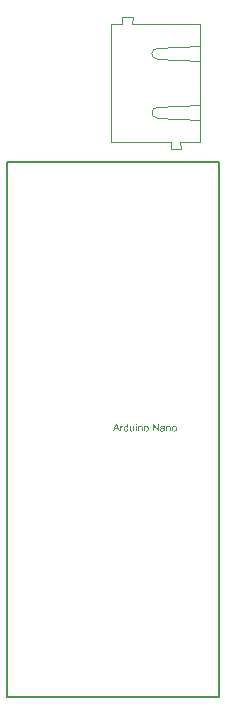
<source format=gbr>
G04*
G04 #@! TF.GenerationSoftware,Altium Limited,Altium Designer,23.1.1 (15)*
G04*
G04 Layer_Color=16711935*
%FSLAX25Y25*%
%MOIN*%
G70*
G04*
G04 #@! TF.SameCoordinates,7F6F0EF6-604E-4872-8498-859B9B4CD440*
G04*
G04*
G04 #@! TF.FilePolarity,Positive*
G04*
G01*
G75*
%ADD11C,0.00787*%
%ADD41C,0.00394*%
G36*
X183634Y93880D02*
X183324D01*
Y94233D01*
X183634D01*
Y93880D01*
D02*
G37*
G36*
X180875Y91714D02*
X180587D01*
Y91944D01*
X180583Y91940D01*
X180580Y91933D01*
X180569Y91918D01*
X180554Y91900D01*
X180536Y91882D01*
X180514Y91860D01*
X180489Y91834D01*
X180456Y91809D01*
X180423Y91783D01*
X180387Y91758D01*
X180343Y91736D01*
X180296Y91718D01*
X180248Y91700D01*
X180194Y91685D01*
X180136Y91678D01*
X180074Y91674D01*
X180052D01*
X180037Y91678D01*
X179994Y91681D01*
X179943Y91689D01*
X179881Y91703D01*
X179812Y91725D01*
X179743Y91754D01*
X179673Y91794D01*
X179670D01*
X179666Y91802D01*
X179644Y91816D01*
X179612Y91845D01*
X179571Y91882D01*
X179524Y91929D01*
X179477Y91987D01*
X179429Y92053D01*
X179390Y92129D01*
Y92133D01*
X179386Y92140D01*
X179382Y92151D01*
X179375Y92166D01*
X179368Y92188D01*
X179357Y92213D01*
X179349Y92238D01*
X179342Y92271D01*
X179324Y92344D01*
X179306Y92428D01*
X179295Y92522D01*
X179291Y92624D01*
Y92628D01*
Y92635D01*
Y92650D01*
Y92672D01*
X179295Y92693D01*
Y92723D01*
X179302Y92788D01*
X179313Y92865D01*
X179331Y92948D01*
X179353Y93036D01*
X179382Y93119D01*
Y93123D01*
X179386Y93130D01*
X179393Y93141D01*
X179400Y93156D01*
X179422Y93196D01*
X179451Y93247D01*
X179488Y93301D01*
X179535Y93356D01*
X179590Y93414D01*
X179655Y93462D01*
X179659D01*
X179663Y93465D01*
X179673Y93472D01*
X179688Y93480D01*
X179724Y93498D01*
X179775Y93523D01*
X179833Y93545D01*
X179903Y93563D01*
X179979Y93578D01*
X180059Y93582D01*
X180088D01*
X180117Y93578D01*
X180157Y93574D01*
X180205Y93563D01*
X180256Y93553D01*
X180307Y93534D01*
X180354Y93509D01*
X180361Y93505D01*
X180376Y93498D01*
X180398Y93480D01*
X180427Y93462D01*
X180463Y93436D01*
X180496Y93403D01*
X180532Y93370D01*
X180565Y93330D01*
Y94233D01*
X180875D01*
Y91714D01*
D02*
G37*
G36*
X194415Y93578D02*
X194455Y93574D01*
X194503Y93567D01*
X194554Y93556D01*
X194608Y93542D01*
X194659Y93520D01*
X194667Y93516D01*
X194681Y93509D01*
X194707Y93498D01*
X194736Y93480D01*
X194772Y93458D01*
X194805Y93429D01*
X194838Y93400D01*
X194867Y93363D01*
X194870Y93360D01*
X194878Y93345D01*
X194889Y93327D01*
X194907Y93301D01*
X194921Y93265D01*
X194936Y93229D01*
X194954Y93185D01*
X194965Y93138D01*
Y93134D01*
X194969Y93119D01*
X194972Y93098D01*
X194976Y93068D01*
Y93025D01*
X194980Y92974D01*
X194983Y92912D01*
Y92835D01*
Y91714D01*
X194674D01*
Y92821D01*
Y92825D01*
Y92828D01*
Y92854D01*
Y92886D01*
X194670Y92926D01*
X194667Y92974D01*
X194659Y93021D01*
X194648Y93065D01*
X194637Y93105D01*
Y93108D01*
X194630Y93119D01*
X194619Y93138D01*
X194608Y93159D01*
X194590Y93181D01*
X194568Y93207D01*
X194539Y93232D01*
X194506Y93254D01*
X194503Y93258D01*
X194492Y93265D01*
X194470Y93272D01*
X194445Y93283D01*
X194415Y93294D01*
X194379Y93305D01*
X194335Y93309D01*
X194292Y93312D01*
X194273D01*
X194259Y93309D01*
X194222Y93305D01*
X194175Y93298D01*
X194124Y93279D01*
X194066Y93258D01*
X194008Y93229D01*
X193953Y93185D01*
X193946Y93177D01*
X193931Y93159D01*
X193920Y93145D01*
X193909Y93127D01*
X193895Y93105D01*
X193884Y93079D01*
X193869Y93050D01*
X193855Y93014D01*
X193844Y92974D01*
X193833Y92930D01*
X193826Y92883D01*
X193818Y92832D01*
X193811Y92770D01*
Y92708D01*
Y91714D01*
X193502D01*
Y93542D01*
X193778D01*
Y93279D01*
X193782Y93283D01*
X193789Y93294D01*
X193800Y93309D01*
X193815Y93327D01*
X193837Y93349D01*
X193862Y93374D01*
X193891Y93403D01*
X193928Y93432D01*
X193964Y93458D01*
X194008Y93487D01*
X194055Y93512D01*
X194106Y93534D01*
X194164Y93553D01*
X194222Y93567D01*
X194288Y93578D01*
X194357Y93582D01*
X194386D01*
X194415Y93578D01*
D02*
G37*
G36*
X185021D02*
X185061Y93574D01*
X185108Y93567D01*
X185159Y93556D01*
X185213Y93542D01*
X185264Y93520D01*
X185272Y93516D01*
X185286Y93509D01*
X185312Y93498D01*
X185341Y93480D01*
X185377Y93458D01*
X185410Y93429D01*
X185443Y93400D01*
X185472Y93363D01*
X185476Y93360D01*
X185483Y93345D01*
X185494Y93327D01*
X185512Y93301D01*
X185527Y93265D01*
X185541Y93229D01*
X185559Y93185D01*
X185570Y93138D01*
Y93134D01*
X185574Y93119D01*
X185577Y93098D01*
X185581Y93068D01*
Y93025D01*
X185585Y92974D01*
X185588Y92912D01*
Y92835D01*
Y91714D01*
X185279D01*
Y92821D01*
Y92825D01*
Y92828D01*
Y92854D01*
Y92886D01*
X185275Y92926D01*
X185272Y92974D01*
X185264Y93021D01*
X185254Y93065D01*
X185243Y93105D01*
Y93108D01*
X185235Y93119D01*
X185224Y93138D01*
X185213Y93159D01*
X185195Y93181D01*
X185173Y93207D01*
X185144Y93232D01*
X185112Y93254D01*
X185108Y93258D01*
X185097Y93265D01*
X185075Y93272D01*
X185050Y93283D01*
X185021Y93294D01*
X184984Y93305D01*
X184941Y93309D01*
X184897Y93312D01*
X184879D01*
X184864Y93309D01*
X184828Y93305D01*
X184780Y93298D01*
X184729Y93279D01*
X184671Y93258D01*
X184613Y93229D01*
X184558Y93185D01*
X184551Y93177D01*
X184536Y93159D01*
X184526Y93145D01*
X184515Y93127D01*
X184500Y93105D01*
X184489Y93079D01*
X184475Y93050D01*
X184460Y93014D01*
X184449Y92974D01*
X184438Y92930D01*
X184431Y92883D01*
X184424Y92832D01*
X184416Y92770D01*
Y92708D01*
Y91714D01*
X184107D01*
Y93542D01*
X184383D01*
Y93279D01*
X184387Y93283D01*
X184395Y93294D01*
X184405Y93309D01*
X184420Y93327D01*
X184442Y93349D01*
X184467Y93374D01*
X184496Y93403D01*
X184533Y93432D01*
X184569Y93458D01*
X184613Y93487D01*
X184660Y93512D01*
X184711Y93534D01*
X184769Y93553D01*
X184828Y93567D01*
X184893Y93578D01*
X184962Y93582D01*
X184991D01*
X185021Y93578D01*
D02*
G37*
G36*
X178964D02*
X179004Y93571D01*
X179051Y93556D01*
X179102Y93538D01*
X179160Y93512D01*
X179222Y93480D01*
X179109Y93196D01*
X179105Y93199D01*
X179091Y93207D01*
X179069Y93218D01*
X179040Y93229D01*
X179007Y93239D01*
X178967Y93250D01*
X178927Y93258D01*
X178887Y93261D01*
X178869D01*
X178851Y93258D01*
X178825Y93254D01*
X178800Y93247D01*
X178767Y93236D01*
X178734Y93221D01*
X178705Y93199D01*
X178701Y93196D01*
X178691Y93189D01*
X178680Y93174D01*
X178662Y93156D01*
X178643Y93130D01*
X178625Y93101D01*
X178607Y93068D01*
X178592Y93028D01*
X178589Y93021D01*
X178585Y92999D01*
X178578Y92966D01*
X178567Y92923D01*
X178556Y92868D01*
X178549Y92806D01*
X178545Y92741D01*
X178541Y92668D01*
Y91714D01*
X178232D01*
Y93542D01*
X178512D01*
Y93265D01*
X178516Y93269D01*
X178530Y93294D01*
X178549Y93327D01*
X178578Y93367D01*
X178607Y93407D01*
X178640Y93450D01*
X178672Y93487D01*
X178705Y93516D01*
X178709Y93520D01*
X178720Y93527D01*
X178742Y93538D01*
X178763Y93549D01*
X178793Y93560D01*
X178829Y93571D01*
X178865Y93578D01*
X178905Y93582D01*
X178931D01*
X178964Y93578D01*
D02*
G37*
G36*
X191023Y91714D02*
X190677D01*
X189359Y93691D01*
Y91714D01*
X189039D01*
Y94233D01*
X189381D01*
X190703Y92253D01*
Y94233D01*
X191023D01*
Y91714D01*
D02*
G37*
G36*
X182840D02*
X182564D01*
Y91980D01*
X182560Y91976D01*
X182553Y91965D01*
X182542Y91951D01*
X182524Y91933D01*
X182502Y91911D01*
X182476Y91882D01*
X182447Y91856D01*
X182411Y91827D01*
X182371Y91798D01*
X182327Y91773D01*
X182280Y91747D01*
X182229Y91722D01*
X182170Y91703D01*
X182112Y91689D01*
X182047Y91678D01*
X181981Y91674D01*
X181956D01*
X181923Y91678D01*
X181883Y91681D01*
X181835Y91689D01*
X181785Y91700D01*
X181734Y91714D01*
X181679Y91736D01*
X181672Y91740D01*
X181657Y91747D01*
X181632Y91762D01*
X181603Y91780D01*
X181566Y91802D01*
X181533Y91827D01*
X181501Y91856D01*
X181472Y91889D01*
X181468Y91893D01*
X181461Y91907D01*
X181450Y91925D01*
X181435Y91954D01*
X181417Y91987D01*
X181402Y92027D01*
X181388Y92071D01*
X181377Y92118D01*
Y92122D01*
X181373Y92137D01*
X181370Y92158D01*
Y92188D01*
X181366Y92231D01*
X181362Y92278D01*
X181359Y92340D01*
Y92409D01*
Y93542D01*
X181668D01*
Y92526D01*
Y92522D01*
Y92515D01*
Y92504D01*
Y92486D01*
Y92446D01*
X181672Y92395D01*
Y92340D01*
X181675Y92286D01*
X181679Y92238D01*
X181686Y92198D01*
Y92195D01*
X181694Y92180D01*
X181701Y92158D01*
X181712Y92129D01*
X181730Y92100D01*
X181752Y92067D01*
X181777Y92038D01*
X181810Y92009D01*
X181814Y92005D01*
X181828Y91998D01*
X181846Y91987D01*
X181876Y91976D01*
X181908Y91962D01*
X181948Y91951D01*
X181992Y91944D01*
X182043Y91940D01*
X182069D01*
X182094Y91944D01*
X182127Y91947D01*
X182167Y91958D01*
X182211Y91969D01*
X182258Y91987D01*
X182305Y92009D01*
X182312Y92013D01*
X182327Y92024D01*
X182349Y92038D01*
X182374Y92060D01*
X182403Y92089D01*
X182432Y92122D01*
X182458Y92158D01*
X182480Y92202D01*
X182483Y92209D01*
X182487Y92224D01*
X182494Y92253D01*
X182505Y92293D01*
X182516Y92344D01*
X182524Y92406D01*
X182527Y92479D01*
X182531Y92562D01*
Y93542D01*
X182840D01*
Y91714D01*
D02*
G37*
G36*
X192395Y93578D02*
X192450Y93574D01*
X192512Y93567D01*
X192574Y93556D01*
X192635Y93542D01*
X192694Y93523D01*
X192701Y93520D01*
X192719Y93512D01*
X192745Y93502D01*
X192777Y93487D01*
X192814Y93465D01*
X192850Y93443D01*
X192883Y93414D01*
X192912Y93385D01*
X192916Y93381D01*
X192923Y93370D01*
X192934Y93352D01*
X192948Y93330D01*
X192967Y93298D01*
X192981Y93265D01*
X192996Y93225D01*
X193007Y93177D01*
Y93174D01*
X193010Y93163D01*
X193014Y93141D01*
X193018Y93112D01*
Y93072D01*
X193021Y93025D01*
X193025Y92963D01*
Y92894D01*
Y92479D01*
Y92475D01*
Y92461D01*
Y92439D01*
Y92409D01*
Y92377D01*
Y92337D01*
X193028Y92249D01*
Y92158D01*
X193032Y92067D01*
X193036Y92027D01*
Y91991D01*
X193040Y91958D01*
X193043Y91933D01*
Y91929D01*
X193047Y91914D01*
X193050Y91893D01*
X193061Y91864D01*
X193069Y91831D01*
X193083Y91794D01*
X193101Y91754D01*
X193120Y91714D01*
X192796D01*
X192792Y91718D01*
X192788Y91733D01*
X192781Y91751D01*
X192770Y91780D01*
X192759Y91812D01*
X192752Y91853D01*
X192745Y91896D01*
X192737Y91944D01*
X192734D01*
X192730Y91936D01*
X192708Y91918D01*
X192675Y91893D01*
X192632Y91860D01*
X192577Y91827D01*
X192523Y91791D01*
X192464Y91758D01*
X192403Y91733D01*
X192395Y91729D01*
X192373Y91725D01*
X192341Y91714D01*
X192300Y91703D01*
X192250Y91692D01*
X192191Y91685D01*
X192126Y91678D01*
X192060Y91674D01*
X192031D01*
X192009Y91678D01*
X191984D01*
X191955Y91681D01*
X191889Y91692D01*
X191816Y91711D01*
X191736Y91736D01*
X191664Y91773D01*
X191598Y91820D01*
X191591Y91827D01*
X191573Y91845D01*
X191547Y91878D01*
X191518Y91922D01*
X191489Y91976D01*
X191463Y92038D01*
X191445Y92115D01*
X191442Y92151D01*
X191438Y92195D01*
Y92202D01*
Y92217D01*
X191442Y92242D01*
X191445Y92275D01*
X191452Y92315D01*
X191463Y92355D01*
X191478Y92399D01*
X191496Y92439D01*
X191500Y92442D01*
X191507Y92457D01*
X191522Y92479D01*
X191540Y92504D01*
X191562Y92533D01*
X191591Y92562D01*
X191620Y92592D01*
X191656Y92617D01*
X191660Y92621D01*
X191674Y92628D01*
X191693Y92642D01*
X191722Y92657D01*
X191754Y92672D01*
X191795Y92690D01*
X191835Y92704D01*
X191882Y92719D01*
X191886D01*
X191900Y92723D01*
X191922Y92730D01*
X191951Y92734D01*
X191988Y92741D01*
X192035Y92748D01*
X192089Y92759D01*
X192155Y92766D01*
X192159D01*
X192173Y92770D01*
X192191D01*
X192217Y92773D01*
X192246Y92777D01*
X192282Y92784D01*
X192322Y92788D01*
X192366Y92795D01*
X192453Y92813D01*
X192548Y92832D01*
X192632Y92854D01*
X192672Y92865D01*
X192708Y92875D01*
Y92879D01*
Y92886D01*
X192712Y92908D01*
Y92934D01*
Y92948D01*
Y92955D01*
Y92959D01*
Y92963D01*
Y92985D01*
X192708Y93021D01*
X192701Y93061D01*
X192690Y93105D01*
X192672Y93148D01*
X192650Y93189D01*
X192621Y93221D01*
X192617Y93225D01*
X192599Y93239D01*
X192570Y93254D01*
X192534Y93276D01*
X192482Y93294D01*
X192424Y93312D01*
X192351Y93323D01*
X192268Y93327D01*
X192231D01*
X192195Y93323D01*
X192144Y93316D01*
X192093Y93309D01*
X192039Y93294D01*
X191988Y93276D01*
X191944Y93250D01*
X191940Y93247D01*
X191926Y93236D01*
X191907Y93218D01*
X191886Y93189D01*
X191864Y93152D01*
X191838Y93105D01*
X191816Y93046D01*
X191795Y92981D01*
X191492Y93021D01*
Y93025D01*
X191496Y93028D01*
Y93039D01*
X191500Y93054D01*
X191511Y93086D01*
X191525Y93134D01*
X191543Y93181D01*
X191565Y93232D01*
X191594Y93283D01*
X191627Y93330D01*
X191631Y93334D01*
X191645Y93349D01*
X191667Y93370D01*
X191696Y93400D01*
X191736Y93429D01*
X191784Y93458D01*
X191838Y93491D01*
X191900Y93516D01*
X191904D01*
X191907Y93520D01*
X191918Y93523D01*
X191933Y93527D01*
X191969Y93538D01*
X192020Y93549D01*
X192078Y93560D01*
X192151Y93571D01*
X192228Y93578D01*
X192315Y93582D01*
X192355D01*
X192395Y93578D01*
D02*
G37*
G36*
X183634Y91714D02*
X183324D01*
Y93542D01*
X183634D01*
Y91714D01*
D02*
G37*
G36*
X178006D02*
X177628D01*
X177333Y92479D01*
X176277D01*
X176004Y91714D01*
X175651D01*
X176612Y94233D01*
X176976D01*
X178006Y91714D01*
D02*
G37*
G36*
X196261Y93578D02*
X196294Y93574D01*
X196330Y93567D01*
X196370Y93560D01*
X196417Y93553D01*
X196516Y93520D01*
X196567Y93502D01*
X196618Y93476D01*
X196669Y93450D01*
X196720Y93414D01*
X196767Y93378D01*
X196814Y93334D01*
X196818Y93330D01*
X196825Y93323D01*
X196836Y93309D01*
X196851Y93290D01*
X196869Y93265D01*
X196891Y93232D01*
X196912Y93196D01*
X196934Y93156D01*
X196956Y93112D01*
X196978Y93057D01*
X197000Y93003D01*
X197018Y92941D01*
X197032Y92875D01*
X197044Y92806D01*
X197051Y92734D01*
X197054Y92653D01*
Y92650D01*
Y92639D01*
Y92621D01*
Y92595D01*
X197051Y92566D01*
X197047Y92530D01*
Y92493D01*
X197040Y92453D01*
X197029Y92362D01*
X197007Y92271D01*
X196982Y92180D01*
X196945Y92097D01*
Y92093D01*
X196942Y92089D01*
X196934Y92078D01*
X196927Y92064D01*
X196902Y92027D01*
X196869Y91984D01*
X196825Y91933D01*
X196771Y91882D01*
X196709Y91831D01*
X196636Y91783D01*
X196632D01*
X196628Y91780D01*
X196618Y91773D01*
X196599Y91765D01*
X196581Y91758D01*
X196559Y91751D01*
X196505Y91729D01*
X196443Y91711D01*
X196366Y91692D01*
X196286Y91678D01*
X196199Y91674D01*
X196163D01*
X196133Y91678D01*
X196101Y91681D01*
X196064Y91689D01*
X196021Y91696D01*
X195977Y91703D01*
X195879Y91733D01*
X195824Y91754D01*
X195773Y91776D01*
X195722Y91805D01*
X195671Y91838D01*
X195624Y91874D01*
X195577Y91918D01*
X195573Y91922D01*
X195566Y91929D01*
X195555Y91944D01*
X195540Y91965D01*
X195522Y91991D01*
X195504Y92020D01*
X195482Y92056D01*
X195460Y92100D01*
X195438Y92147D01*
X195416Y92202D01*
X195398Y92260D01*
X195380Y92322D01*
X195365Y92391D01*
X195354Y92464D01*
X195347Y92544D01*
X195344Y92628D01*
Y92635D01*
Y92650D01*
X195347Y92675D01*
Y92712D01*
X195351Y92752D01*
X195358Y92803D01*
X195365Y92854D01*
X195380Y92912D01*
X195395Y92970D01*
X195413Y93032D01*
X195435Y93098D01*
X195464Y93159D01*
X195493Y93218D01*
X195533Y93276D01*
X195573Y93330D01*
X195624Y93378D01*
X195627Y93381D01*
X195635Y93385D01*
X195649Y93396D01*
X195668Y93410D01*
X195689Y93425D01*
X195719Y93443D01*
X195748Y93462D01*
X195784Y93480D01*
X195824Y93498D01*
X195868Y93516D01*
X195966Y93549D01*
X196079Y93574D01*
X196137Y93578D01*
X196199Y93582D01*
X196235D01*
X196261Y93578D01*
D02*
G37*
G36*
X186866D02*
X186899Y93574D01*
X186935Y93567D01*
X186975Y93560D01*
X187023Y93553D01*
X187121Y93520D01*
X187172Y93502D01*
X187223Y93476D01*
X187274Y93450D01*
X187325Y93414D01*
X187372Y93378D01*
X187419Y93334D01*
X187423Y93330D01*
X187430Y93323D01*
X187441Y93309D01*
X187456Y93290D01*
X187474Y93265D01*
X187496Y93232D01*
X187518Y93196D01*
X187539Y93156D01*
X187561Y93112D01*
X187583Y93057D01*
X187605Y93003D01*
X187623Y92941D01*
X187638Y92875D01*
X187649Y92806D01*
X187656Y92734D01*
X187660Y92653D01*
Y92650D01*
Y92639D01*
Y92621D01*
Y92595D01*
X187656Y92566D01*
X187652Y92530D01*
Y92493D01*
X187645Y92453D01*
X187634Y92362D01*
X187612Y92271D01*
X187587Y92180D01*
X187550Y92097D01*
Y92093D01*
X187547Y92089D01*
X187539Y92078D01*
X187532Y92064D01*
X187507Y92027D01*
X187474Y91984D01*
X187430Y91933D01*
X187376Y91882D01*
X187314Y91831D01*
X187241Y91783D01*
X187237D01*
X187234Y91780D01*
X187223Y91773D01*
X187205Y91765D01*
X187186Y91758D01*
X187164Y91751D01*
X187110Y91729D01*
X187048Y91711D01*
X186972Y91692D01*
X186891Y91678D01*
X186804Y91674D01*
X186768D01*
X186739Y91678D01*
X186706Y91681D01*
X186670Y91689D01*
X186626Y91696D01*
X186582Y91703D01*
X186484Y91733D01*
X186429Y91754D01*
X186378Y91776D01*
X186327Y91805D01*
X186276Y91838D01*
X186229Y91874D01*
X186182Y91918D01*
X186178Y91922D01*
X186171Y91929D01*
X186160Y91944D01*
X186145Y91965D01*
X186127Y91991D01*
X186109Y92020D01*
X186087Y92056D01*
X186065Y92100D01*
X186043Y92147D01*
X186022Y92202D01*
X186003Y92260D01*
X185985Y92322D01*
X185971Y92391D01*
X185960Y92464D01*
X185952Y92544D01*
X185949Y92628D01*
Y92635D01*
Y92650D01*
X185952Y92675D01*
Y92712D01*
X185956Y92752D01*
X185963Y92803D01*
X185971Y92854D01*
X185985Y92912D01*
X186000Y92970D01*
X186018Y93032D01*
X186040Y93098D01*
X186069Y93159D01*
X186098Y93218D01*
X186138Y93276D01*
X186178Y93330D01*
X186229Y93378D01*
X186233Y93381D01*
X186240Y93385D01*
X186255Y93396D01*
X186273Y93410D01*
X186295Y93425D01*
X186324Y93443D01*
X186353Y93462D01*
X186389Y93480D01*
X186429Y93498D01*
X186473Y93516D01*
X186571Y93549D01*
X186684Y93574D01*
X186742Y93578D01*
X186804Y93582D01*
X186841D01*
X186866Y93578D01*
D02*
G37*
%LPC*%
G36*
X180092Y93327D02*
X180074D01*
X180059Y93323D01*
X180019Y93319D01*
X179972Y93305D01*
X179917Y93287D01*
X179859Y93254D01*
X179801Y93214D01*
X179772Y93185D01*
X179746Y93156D01*
Y93152D01*
X179739Y93148D01*
X179735Y93138D01*
X179724Y93123D01*
X179713Y93105D01*
X179702Y93083D01*
X179692Y93057D01*
X179677Y93028D01*
X179663Y92992D01*
X179651Y92952D01*
X179641Y92908D01*
X179630Y92861D01*
X179622Y92810D01*
X179615Y92752D01*
X179608Y92690D01*
Y92624D01*
Y92621D01*
Y92610D01*
Y92592D01*
X179612Y92566D01*
Y92537D01*
X179615Y92504D01*
X179626Y92428D01*
X179644Y92344D01*
X179670Y92257D01*
X179706Y92173D01*
X179728Y92137D01*
X179753Y92100D01*
X179757D01*
X179761Y92093D01*
X179779Y92075D01*
X179812Y92045D01*
X179852Y92016D01*
X179903Y91984D01*
X179965Y91954D01*
X180030Y91936D01*
X180067Y91933D01*
X180103Y91929D01*
X180121D01*
X180136Y91933D01*
X180176Y91936D01*
X180223Y91951D01*
X180278Y91969D01*
X180336Y91998D01*
X180394Y92038D01*
X180423Y92064D01*
X180449Y92093D01*
Y92097D01*
X180456Y92100D01*
X180463Y92111D01*
X180471Y92126D01*
X180482Y92144D01*
X180496Y92162D01*
X180507Y92191D01*
X180522Y92220D01*
X180536Y92253D01*
X180547Y92289D01*
X180562Y92333D01*
X180572Y92377D01*
X180580Y92428D01*
X180587Y92479D01*
X180594Y92537D01*
Y92599D01*
Y92602D01*
Y92617D01*
Y92635D01*
X180591Y92661D01*
Y92690D01*
X180587Y92726D01*
X180583Y92766D01*
X180576Y92810D01*
X180558Y92897D01*
X180532Y92988D01*
X180496Y93076D01*
X180474Y93112D01*
X180449Y93148D01*
Y93152D01*
X180441Y93156D01*
X180423Y93177D01*
X180391Y93207D01*
X180350Y93239D01*
X180299Y93272D01*
X180238Y93298D01*
X180168Y93319D01*
X180132Y93323D01*
X180092Y93327D01*
D02*
G37*
G36*
X192712Y92632D02*
X192708D01*
X192705Y92628D01*
X192694Y92624D01*
X192679Y92621D01*
X192661Y92613D01*
X192639Y92606D01*
X192614Y92599D01*
X192585Y92592D01*
X192552Y92581D01*
X192512Y92573D01*
X192472Y92562D01*
X192424Y92551D01*
X192373Y92541D01*
X192322Y92530D01*
X192264Y92522D01*
X192202Y92511D01*
X192195D01*
X192173Y92508D01*
X192137Y92501D01*
X192097Y92493D01*
X192053Y92486D01*
X192009Y92475D01*
X191969Y92464D01*
X191933Y92449D01*
X191929D01*
X191918Y92442D01*
X191904Y92435D01*
X191889Y92424D01*
X191846Y92395D01*
X191809Y92351D01*
Y92348D01*
X191802Y92340D01*
X191798Y92326D01*
X191791Y92308D01*
X191784Y92286D01*
X191776Y92264D01*
X191773Y92235D01*
X191769Y92206D01*
Y92202D01*
Y92184D01*
X191773Y92162D01*
X191780Y92133D01*
X191791Y92100D01*
X191809Y92067D01*
X191831Y92031D01*
X191860Y91998D01*
X191864Y91995D01*
X191878Y91987D01*
X191900Y91973D01*
X191929Y91958D01*
X191969Y91944D01*
X192017Y91929D01*
X192071Y91922D01*
X192137Y91918D01*
X192166D01*
X192202Y91922D01*
X192242Y91929D01*
X192293Y91936D01*
X192344Y91951D01*
X192399Y91969D01*
X192453Y91995D01*
X192461Y91998D01*
X192475Y92009D01*
X192501Y92027D01*
X192530Y92053D01*
X192563Y92082D01*
X192599Y92118D01*
X192628Y92162D01*
X192657Y92209D01*
X192661Y92213D01*
X192665Y92228D01*
X192672Y92253D01*
X192683Y92286D01*
X192694Y92329D01*
X192701Y92380D01*
X192705Y92442D01*
X192708Y92515D01*
X192712Y92632D01*
D02*
G37*
G36*
X176787Y93971D02*
Y93967D01*
X176783Y93960D01*
Y93946D01*
X176776Y93931D01*
X176772Y93906D01*
X176765Y93880D01*
X176751Y93818D01*
X176732Y93745D01*
X176707Y93665D01*
X176681Y93578D01*
X176649Y93487D01*
X176375Y92752D01*
X177227D01*
X176965Y93443D01*
Y93447D01*
X176962Y93458D01*
X176954Y93476D01*
X176947Y93498D01*
X176936Y93523D01*
X176925Y93556D01*
X176914Y93593D01*
X176900Y93629D01*
X176871Y93713D01*
X176841Y93800D01*
X176812Y93887D01*
X176787Y93971D01*
D02*
G37*
G36*
X196199Y93327D02*
X196177D01*
X196159Y93323D01*
X196119Y93319D01*
X196064Y93305D01*
X196002Y93283D01*
X195937Y93254D01*
X195875Y93210D01*
X195842Y93181D01*
X195813Y93152D01*
Y93148D01*
X195806Y93145D01*
X195799Y93134D01*
X195788Y93119D01*
X195777Y93101D01*
X195766Y93079D01*
X195751Y93050D01*
X195737Y93021D01*
X195722Y92985D01*
X195708Y92948D01*
X195697Y92905D01*
X195686Y92857D01*
X195675Y92806D01*
X195668Y92752D01*
X195664Y92690D01*
X195660Y92628D01*
Y92624D01*
Y92613D01*
Y92595D01*
X195664Y92570D01*
Y92541D01*
X195668Y92508D01*
X195678Y92431D01*
X195697Y92344D01*
X195726Y92257D01*
X195762Y92173D01*
X195788Y92137D01*
X195813Y92100D01*
X195817D01*
X195820Y92093D01*
X195842Y92075D01*
X195875Y92045D01*
X195919Y92016D01*
X195973Y91984D01*
X196039Y91954D01*
X196115Y91936D01*
X196155Y91933D01*
X196199Y91929D01*
X196221D01*
X196239Y91933D01*
X196279Y91940D01*
X196334Y91951D01*
X196392Y91973D01*
X196457Y92002D01*
X196519Y92045D01*
X196552Y92075D01*
X196581Y92104D01*
X196585Y92107D01*
X196589Y92111D01*
X196596Y92122D01*
X196607Y92137D01*
X196618Y92155D01*
X196632Y92177D01*
X196647Y92206D01*
X196661Y92235D01*
X196676Y92271D01*
X196687Y92311D01*
X196701Y92355D01*
X196712Y92402D01*
X196723Y92457D01*
X196730Y92511D01*
X196738Y92573D01*
Y92639D01*
Y92642D01*
Y92653D01*
Y92672D01*
X196734Y92693D01*
Y92723D01*
X196730Y92755D01*
X196720Y92832D01*
X196701Y92912D01*
X196672Y92999D01*
X196632Y93079D01*
X196610Y93119D01*
X196581Y93152D01*
Y93156D01*
X196574Y93159D01*
X196552Y93181D01*
X196519Y93207D01*
X196476Y93239D01*
X196421Y93272D01*
X196355Y93301D01*
X196283Y93319D01*
X196243Y93323D01*
X196199Y93327D01*
D02*
G37*
G36*
X186804D02*
X186782D01*
X186764Y93323D01*
X186724Y93319D01*
X186670Y93305D01*
X186608Y93283D01*
X186542Y93254D01*
X186480Y93210D01*
X186447Y93181D01*
X186418Y93152D01*
Y93148D01*
X186411Y93145D01*
X186404Y93134D01*
X186393Y93119D01*
X186382Y93101D01*
X186371Y93079D01*
X186356Y93050D01*
X186342Y93021D01*
X186327Y92985D01*
X186313Y92948D01*
X186302Y92905D01*
X186291Y92857D01*
X186280Y92806D01*
X186273Y92752D01*
X186269Y92690D01*
X186265Y92628D01*
Y92624D01*
Y92613D01*
Y92595D01*
X186269Y92570D01*
Y92541D01*
X186273Y92508D01*
X186284Y92431D01*
X186302Y92344D01*
X186331Y92257D01*
X186367Y92173D01*
X186393Y92137D01*
X186418Y92100D01*
X186422D01*
X186426Y92093D01*
X186447Y92075D01*
X186480Y92045D01*
X186524Y92016D01*
X186579Y91984D01*
X186644Y91954D01*
X186720Y91936D01*
X186760Y91933D01*
X186804Y91929D01*
X186826D01*
X186844Y91933D01*
X186884Y91940D01*
X186939Y91951D01*
X186997Y91973D01*
X187063Y92002D01*
X187125Y92045D01*
X187157Y92075D01*
X187186Y92104D01*
X187190Y92107D01*
X187194Y92111D01*
X187201Y92122D01*
X187212Y92137D01*
X187223Y92155D01*
X187237Y92177D01*
X187252Y92206D01*
X187266Y92235D01*
X187281Y92271D01*
X187292Y92311D01*
X187306Y92355D01*
X187317Y92402D01*
X187328Y92457D01*
X187336Y92511D01*
X187343Y92573D01*
Y92639D01*
Y92642D01*
Y92653D01*
Y92672D01*
X187339Y92693D01*
Y92723D01*
X187336Y92755D01*
X187325Y92832D01*
X187306Y92912D01*
X187277Y92999D01*
X187237Y93079D01*
X187215Y93119D01*
X187186Y93152D01*
Y93156D01*
X187179Y93159D01*
X187157Y93181D01*
X187125Y93207D01*
X187081Y93239D01*
X187026Y93272D01*
X186961Y93301D01*
X186888Y93319D01*
X186848Y93323D01*
X186804Y93327D01*
D02*
G37*
%LPD*%
D11*
X140258Y181559D02*
X211045D01*
Y3272D02*
Y181559D01*
X140258Y3272D02*
X211045D01*
X140258D02*
Y181559D01*
D41*
X190491Y199729D02*
G03*
X190491Y196186I0J-1772D01*
G01*
X190491Y219414D02*
G03*
X190491Y215871I0J-1772D01*
G01*
X190490Y196166D02*
X204664Y195398D01*
X190490Y199749D02*
X204664Y200517D01*
X190490Y219434D02*
X204664Y220202D01*
X190490Y215851D02*
X204664Y215084D01*
X204664Y188116D02*
X204664Y227486D01*
X194920Y185753D02*
X198266D01*
X194920D02*
X195215Y188116D01*
X197971D02*
X198266Y185753D01*
X197971Y188116D02*
X204664D01*
X175137D02*
Y227486D01*
Y188116D02*
X195215D01*
X178680Y229848D02*
X182420D01*
X178680D02*
X178877Y227486D01*
X182223D02*
X182420Y229848D01*
X175137Y227486D02*
X178877D01*
X182223D02*
X204664D01*
M02*

</source>
